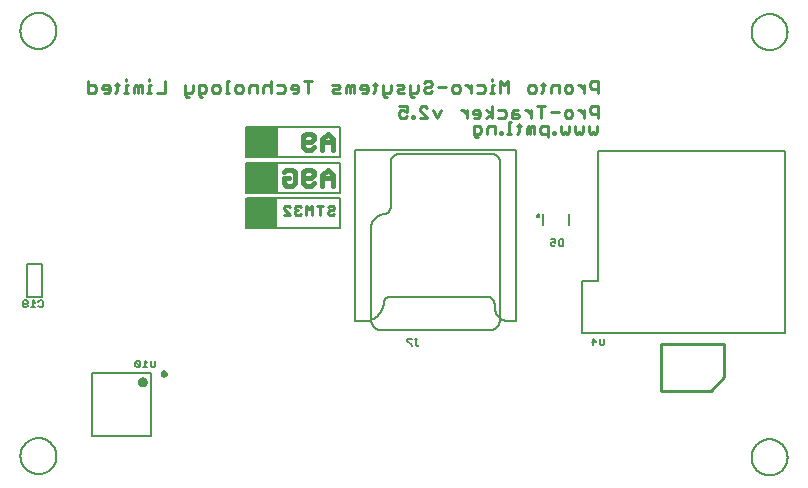
<source format=gbr>
G04 EAGLE Gerber X2 export*
%TF.Part,Single*%
%TF.FileFunction,Legend,Bot,1*%
%TF.FilePolarity,Positive*%
%TF.GenerationSoftware,Autodesk,EAGLE,8.6.3*%
%TF.CreationDate,2023-08-23T14:46:16Z*%
G75*
%MOMM*%
%FSLAX34Y34*%
%LPD*%
%AMOC8*
5,1,8,0,0,1.08239X$1,22.5*%
G01*
%ADD10C,0.203200*%
%ADD11C,0.279400*%
%ADD12C,0.254000*%
%ADD13C,0.381000*%
%ADD14R,2.667000X2.540000*%
%ADD15C,0.228600*%
%ADD16C,0.152400*%
%ADD17C,0.127000*%
%ADD18C,0.200000*%


D10*
X514760Y20000D02*
X514765Y20374D01*
X514778Y20748D01*
X514801Y21121D01*
X514833Y21494D01*
X514875Y21866D01*
X514925Y22236D01*
X514984Y22605D01*
X515053Y22973D01*
X515130Y23339D01*
X515217Y23703D01*
X515312Y24065D01*
X515416Y24424D01*
X515529Y24781D01*
X515651Y25134D01*
X515781Y25485D01*
X515920Y25832D01*
X516067Y26176D01*
X516223Y26516D01*
X516387Y26852D01*
X516560Y27184D01*
X516740Y27512D01*
X516928Y27835D01*
X517124Y28153D01*
X517328Y28467D01*
X517540Y28775D01*
X517759Y29078D01*
X517986Y29376D01*
X518219Y29668D01*
X518460Y29954D01*
X518708Y30235D01*
X518962Y30509D01*
X519224Y30776D01*
X519491Y31038D01*
X519765Y31292D01*
X520046Y31540D01*
X520332Y31781D01*
X520624Y32014D01*
X520922Y32241D01*
X521225Y32460D01*
X521533Y32672D01*
X521847Y32876D01*
X522165Y33072D01*
X522488Y33260D01*
X522816Y33440D01*
X523148Y33613D01*
X523484Y33777D01*
X523824Y33933D01*
X524168Y34080D01*
X524515Y34219D01*
X524866Y34349D01*
X525219Y34471D01*
X525576Y34584D01*
X525935Y34688D01*
X526297Y34783D01*
X526661Y34870D01*
X527027Y34947D01*
X527395Y35016D01*
X527764Y35075D01*
X528134Y35125D01*
X528506Y35167D01*
X528879Y35199D01*
X529252Y35222D01*
X529626Y35235D01*
X530000Y35240D01*
X530374Y35235D01*
X530748Y35222D01*
X531121Y35199D01*
X531494Y35167D01*
X531866Y35125D01*
X532236Y35075D01*
X532605Y35016D01*
X532973Y34947D01*
X533339Y34870D01*
X533703Y34783D01*
X534065Y34688D01*
X534424Y34584D01*
X534781Y34471D01*
X535134Y34349D01*
X535485Y34219D01*
X535832Y34080D01*
X536176Y33933D01*
X536516Y33777D01*
X536852Y33613D01*
X537184Y33440D01*
X537512Y33260D01*
X537835Y33072D01*
X538153Y32876D01*
X538467Y32672D01*
X538775Y32460D01*
X539078Y32241D01*
X539376Y32014D01*
X539668Y31781D01*
X539954Y31540D01*
X540235Y31292D01*
X540509Y31038D01*
X540776Y30776D01*
X541038Y30509D01*
X541292Y30235D01*
X541540Y29954D01*
X541781Y29668D01*
X542014Y29376D01*
X542241Y29078D01*
X542460Y28775D01*
X542672Y28467D01*
X542876Y28153D01*
X543072Y27835D01*
X543260Y27512D01*
X543440Y27184D01*
X543613Y26852D01*
X543777Y26516D01*
X543933Y26176D01*
X544080Y25832D01*
X544219Y25485D01*
X544349Y25134D01*
X544471Y24781D01*
X544584Y24424D01*
X544688Y24065D01*
X544783Y23703D01*
X544870Y23339D01*
X544947Y22973D01*
X545016Y22605D01*
X545075Y22236D01*
X545125Y21866D01*
X545167Y21494D01*
X545199Y21121D01*
X545222Y20748D01*
X545235Y20374D01*
X545240Y20000D01*
X545235Y19626D01*
X545222Y19252D01*
X545199Y18879D01*
X545167Y18506D01*
X545125Y18134D01*
X545075Y17764D01*
X545016Y17395D01*
X544947Y17027D01*
X544870Y16661D01*
X544783Y16297D01*
X544688Y15935D01*
X544584Y15576D01*
X544471Y15219D01*
X544349Y14866D01*
X544219Y14515D01*
X544080Y14168D01*
X543933Y13824D01*
X543777Y13484D01*
X543613Y13148D01*
X543440Y12816D01*
X543260Y12488D01*
X543072Y12165D01*
X542876Y11847D01*
X542672Y11533D01*
X542460Y11225D01*
X542241Y10922D01*
X542014Y10624D01*
X541781Y10332D01*
X541540Y10046D01*
X541292Y9765D01*
X541038Y9491D01*
X540776Y9224D01*
X540509Y8962D01*
X540235Y8708D01*
X539954Y8460D01*
X539668Y8219D01*
X539376Y7986D01*
X539078Y7759D01*
X538775Y7540D01*
X538467Y7328D01*
X538153Y7124D01*
X537835Y6928D01*
X537512Y6740D01*
X537184Y6560D01*
X536852Y6387D01*
X536516Y6223D01*
X536176Y6067D01*
X535832Y5920D01*
X535485Y5781D01*
X535134Y5651D01*
X534781Y5529D01*
X534424Y5416D01*
X534065Y5312D01*
X533703Y5217D01*
X533339Y5130D01*
X532973Y5053D01*
X532605Y4984D01*
X532236Y4925D01*
X531866Y4875D01*
X531494Y4833D01*
X531121Y4801D01*
X530748Y4778D01*
X530374Y4765D01*
X530000Y4760D01*
X529626Y4765D01*
X529252Y4778D01*
X528879Y4801D01*
X528506Y4833D01*
X528134Y4875D01*
X527764Y4925D01*
X527395Y4984D01*
X527027Y5053D01*
X526661Y5130D01*
X526297Y5217D01*
X525935Y5312D01*
X525576Y5416D01*
X525219Y5529D01*
X524866Y5651D01*
X524515Y5781D01*
X524168Y5920D01*
X523824Y6067D01*
X523484Y6223D01*
X523148Y6387D01*
X522816Y6560D01*
X522488Y6740D01*
X522165Y6928D01*
X521847Y7124D01*
X521533Y7328D01*
X521225Y7540D01*
X520922Y7759D01*
X520624Y7986D01*
X520332Y8219D01*
X520046Y8460D01*
X519765Y8708D01*
X519491Y8962D01*
X519224Y9224D01*
X518962Y9491D01*
X518708Y9765D01*
X518460Y10046D01*
X518219Y10332D01*
X517986Y10624D01*
X517759Y10922D01*
X517540Y11225D01*
X517328Y11533D01*
X517124Y11847D01*
X516928Y12165D01*
X516740Y12488D01*
X516560Y12816D01*
X516387Y13148D01*
X516223Y13484D01*
X516067Y13824D01*
X515920Y14168D01*
X515781Y14515D01*
X515651Y14866D01*
X515529Y15219D01*
X515416Y15576D01*
X515312Y15935D01*
X515217Y16297D01*
X515130Y16661D01*
X515053Y17027D01*
X514984Y17395D01*
X514925Y17764D01*
X514875Y18134D01*
X514833Y18506D01*
X514801Y18879D01*
X514778Y19252D01*
X514765Y19626D01*
X514760Y20000D01*
X514760Y380000D02*
X514765Y380374D01*
X514778Y380748D01*
X514801Y381121D01*
X514833Y381494D01*
X514875Y381866D01*
X514925Y382236D01*
X514984Y382605D01*
X515053Y382973D01*
X515130Y383339D01*
X515217Y383703D01*
X515312Y384065D01*
X515416Y384424D01*
X515529Y384781D01*
X515651Y385134D01*
X515781Y385485D01*
X515920Y385832D01*
X516067Y386176D01*
X516223Y386516D01*
X516387Y386852D01*
X516560Y387184D01*
X516740Y387512D01*
X516928Y387835D01*
X517124Y388153D01*
X517328Y388467D01*
X517540Y388775D01*
X517759Y389078D01*
X517986Y389376D01*
X518219Y389668D01*
X518460Y389954D01*
X518708Y390235D01*
X518962Y390509D01*
X519224Y390776D01*
X519491Y391038D01*
X519765Y391292D01*
X520046Y391540D01*
X520332Y391781D01*
X520624Y392014D01*
X520922Y392241D01*
X521225Y392460D01*
X521533Y392672D01*
X521847Y392876D01*
X522165Y393072D01*
X522488Y393260D01*
X522816Y393440D01*
X523148Y393613D01*
X523484Y393777D01*
X523824Y393933D01*
X524168Y394080D01*
X524515Y394219D01*
X524866Y394349D01*
X525219Y394471D01*
X525576Y394584D01*
X525935Y394688D01*
X526297Y394783D01*
X526661Y394870D01*
X527027Y394947D01*
X527395Y395016D01*
X527764Y395075D01*
X528134Y395125D01*
X528506Y395167D01*
X528879Y395199D01*
X529252Y395222D01*
X529626Y395235D01*
X530000Y395240D01*
X530374Y395235D01*
X530748Y395222D01*
X531121Y395199D01*
X531494Y395167D01*
X531866Y395125D01*
X532236Y395075D01*
X532605Y395016D01*
X532973Y394947D01*
X533339Y394870D01*
X533703Y394783D01*
X534065Y394688D01*
X534424Y394584D01*
X534781Y394471D01*
X535134Y394349D01*
X535485Y394219D01*
X535832Y394080D01*
X536176Y393933D01*
X536516Y393777D01*
X536852Y393613D01*
X537184Y393440D01*
X537512Y393260D01*
X537835Y393072D01*
X538153Y392876D01*
X538467Y392672D01*
X538775Y392460D01*
X539078Y392241D01*
X539376Y392014D01*
X539668Y391781D01*
X539954Y391540D01*
X540235Y391292D01*
X540509Y391038D01*
X540776Y390776D01*
X541038Y390509D01*
X541292Y390235D01*
X541540Y389954D01*
X541781Y389668D01*
X542014Y389376D01*
X542241Y389078D01*
X542460Y388775D01*
X542672Y388467D01*
X542876Y388153D01*
X543072Y387835D01*
X543260Y387512D01*
X543440Y387184D01*
X543613Y386852D01*
X543777Y386516D01*
X543933Y386176D01*
X544080Y385832D01*
X544219Y385485D01*
X544349Y385134D01*
X544471Y384781D01*
X544584Y384424D01*
X544688Y384065D01*
X544783Y383703D01*
X544870Y383339D01*
X544947Y382973D01*
X545016Y382605D01*
X545075Y382236D01*
X545125Y381866D01*
X545167Y381494D01*
X545199Y381121D01*
X545222Y380748D01*
X545235Y380374D01*
X545240Y380000D01*
X545235Y379626D01*
X545222Y379252D01*
X545199Y378879D01*
X545167Y378506D01*
X545125Y378134D01*
X545075Y377764D01*
X545016Y377395D01*
X544947Y377027D01*
X544870Y376661D01*
X544783Y376297D01*
X544688Y375935D01*
X544584Y375576D01*
X544471Y375219D01*
X544349Y374866D01*
X544219Y374515D01*
X544080Y374168D01*
X543933Y373824D01*
X543777Y373484D01*
X543613Y373148D01*
X543440Y372816D01*
X543260Y372488D01*
X543072Y372165D01*
X542876Y371847D01*
X542672Y371533D01*
X542460Y371225D01*
X542241Y370922D01*
X542014Y370624D01*
X541781Y370332D01*
X541540Y370046D01*
X541292Y369765D01*
X541038Y369491D01*
X540776Y369224D01*
X540509Y368962D01*
X540235Y368708D01*
X539954Y368460D01*
X539668Y368219D01*
X539376Y367986D01*
X539078Y367759D01*
X538775Y367540D01*
X538467Y367328D01*
X538153Y367124D01*
X537835Y366928D01*
X537512Y366740D01*
X537184Y366560D01*
X536852Y366387D01*
X536516Y366223D01*
X536176Y366067D01*
X535832Y365920D01*
X535485Y365781D01*
X535134Y365651D01*
X534781Y365529D01*
X534424Y365416D01*
X534065Y365312D01*
X533703Y365217D01*
X533339Y365130D01*
X532973Y365053D01*
X532605Y364984D01*
X532236Y364925D01*
X531866Y364875D01*
X531494Y364833D01*
X531121Y364801D01*
X530748Y364778D01*
X530374Y364765D01*
X530000Y364760D01*
X529626Y364765D01*
X529252Y364778D01*
X528879Y364801D01*
X528506Y364833D01*
X528134Y364875D01*
X527764Y364925D01*
X527395Y364984D01*
X527027Y365053D01*
X526661Y365130D01*
X526297Y365217D01*
X525935Y365312D01*
X525576Y365416D01*
X525219Y365529D01*
X524866Y365651D01*
X524515Y365781D01*
X524168Y365920D01*
X523824Y366067D01*
X523484Y366223D01*
X523148Y366387D01*
X522816Y366560D01*
X522488Y366740D01*
X522165Y366928D01*
X521847Y367124D01*
X521533Y367328D01*
X521225Y367540D01*
X520922Y367759D01*
X520624Y367986D01*
X520332Y368219D01*
X520046Y368460D01*
X519765Y368708D01*
X519491Y368962D01*
X519224Y369224D01*
X518962Y369491D01*
X518708Y369765D01*
X518460Y370046D01*
X518219Y370332D01*
X517986Y370624D01*
X517759Y370922D01*
X517540Y371225D01*
X517328Y371533D01*
X517124Y371847D01*
X516928Y372165D01*
X516740Y372488D01*
X516560Y372816D01*
X516387Y373148D01*
X516223Y373484D01*
X516067Y373824D01*
X515920Y374168D01*
X515781Y374515D01*
X515651Y374866D01*
X515529Y375219D01*
X515416Y375576D01*
X515312Y375935D01*
X515217Y376297D01*
X515130Y376661D01*
X515053Y377027D01*
X514984Y377395D01*
X514925Y377764D01*
X514875Y378134D01*
X514833Y378506D01*
X514801Y378879D01*
X514778Y379252D01*
X514765Y379626D01*
X514760Y380000D01*
X-104206Y21016D02*
X-104201Y21390D01*
X-104188Y21764D01*
X-104165Y22137D01*
X-104133Y22510D01*
X-104091Y22882D01*
X-104041Y23252D01*
X-103982Y23621D01*
X-103913Y23989D01*
X-103836Y24355D01*
X-103749Y24719D01*
X-103654Y25081D01*
X-103550Y25440D01*
X-103437Y25797D01*
X-103315Y26150D01*
X-103185Y26501D01*
X-103046Y26848D01*
X-102899Y27192D01*
X-102743Y27532D01*
X-102579Y27868D01*
X-102406Y28200D01*
X-102226Y28528D01*
X-102038Y28851D01*
X-101842Y29169D01*
X-101638Y29483D01*
X-101426Y29791D01*
X-101207Y30094D01*
X-100980Y30392D01*
X-100747Y30684D01*
X-100506Y30970D01*
X-100258Y31251D01*
X-100004Y31525D01*
X-99742Y31792D01*
X-99475Y32054D01*
X-99201Y32308D01*
X-98920Y32556D01*
X-98634Y32797D01*
X-98342Y33030D01*
X-98044Y33257D01*
X-97741Y33476D01*
X-97433Y33688D01*
X-97119Y33892D01*
X-96801Y34088D01*
X-96478Y34276D01*
X-96150Y34456D01*
X-95818Y34629D01*
X-95482Y34793D01*
X-95142Y34949D01*
X-94798Y35096D01*
X-94451Y35235D01*
X-94100Y35365D01*
X-93747Y35487D01*
X-93390Y35600D01*
X-93031Y35704D01*
X-92669Y35799D01*
X-92305Y35886D01*
X-91939Y35963D01*
X-91571Y36032D01*
X-91202Y36091D01*
X-90832Y36141D01*
X-90460Y36183D01*
X-90087Y36215D01*
X-89714Y36238D01*
X-89340Y36251D01*
X-88966Y36256D01*
X-88592Y36251D01*
X-88218Y36238D01*
X-87845Y36215D01*
X-87472Y36183D01*
X-87100Y36141D01*
X-86730Y36091D01*
X-86361Y36032D01*
X-85993Y35963D01*
X-85627Y35886D01*
X-85263Y35799D01*
X-84901Y35704D01*
X-84542Y35600D01*
X-84185Y35487D01*
X-83832Y35365D01*
X-83481Y35235D01*
X-83134Y35096D01*
X-82790Y34949D01*
X-82450Y34793D01*
X-82114Y34629D01*
X-81782Y34456D01*
X-81454Y34276D01*
X-81131Y34088D01*
X-80813Y33892D01*
X-80499Y33688D01*
X-80191Y33476D01*
X-79888Y33257D01*
X-79590Y33030D01*
X-79298Y32797D01*
X-79012Y32556D01*
X-78731Y32308D01*
X-78457Y32054D01*
X-78190Y31792D01*
X-77928Y31525D01*
X-77674Y31251D01*
X-77426Y30970D01*
X-77185Y30684D01*
X-76952Y30392D01*
X-76725Y30094D01*
X-76506Y29791D01*
X-76294Y29483D01*
X-76090Y29169D01*
X-75894Y28851D01*
X-75706Y28528D01*
X-75526Y28200D01*
X-75353Y27868D01*
X-75189Y27532D01*
X-75033Y27192D01*
X-74886Y26848D01*
X-74747Y26501D01*
X-74617Y26150D01*
X-74495Y25797D01*
X-74382Y25440D01*
X-74278Y25081D01*
X-74183Y24719D01*
X-74096Y24355D01*
X-74019Y23989D01*
X-73950Y23621D01*
X-73891Y23252D01*
X-73841Y22882D01*
X-73799Y22510D01*
X-73767Y22137D01*
X-73744Y21764D01*
X-73731Y21390D01*
X-73726Y21016D01*
X-73731Y20642D01*
X-73744Y20268D01*
X-73767Y19895D01*
X-73799Y19522D01*
X-73841Y19150D01*
X-73891Y18780D01*
X-73950Y18411D01*
X-74019Y18043D01*
X-74096Y17677D01*
X-74183Y17313D01*
X-74278Y16951D01*
X-74382Y16592D01*
X-74495Y16235D01*
X-74617Y15882D01*
X-74747Y15531D01*
X-74886Y15184D01*
X-75033Y14840D01*
X-75189Y14500D01*
X-75353Y14164D01*
X-75526Y13832D01*
X-75706Y13504D01*
X-75894Y13181D01*
X-76090Y12863D01*
X-76294Y12549D01*
X-76506Y12241D01*
X-76725Y11938D01*
X-76952Y11640D01*
X-77185Y11348D01*
X-77426Y11062D01*
X-77674Y10781D01*
X-77928Y10507D01*
X-78190Y10240D01*
X-78457Y9978D01*
X-78731Y9724D01*
X-79012Y9476D01*
X-79298Y9235D01*
X-79590Y9002D01*
X-79888Y8775D01*
X-80191Y8556D01*
X-80499Y8344D01*
X-80813Y8140D01*
X-81131Y7944D01*
X-81454Y7756D01*
X-81782Y7576D01*
X-82114Y7403D01*
X-82450Y7239D01*
X-82790Y7083D01*
X-83134Y6936D01*
X-83481Y6797D01*
X-83832Y6667D01*
X-84185Y6545D01*
X-84542Y6432D01*
X-84901Y6328D01*
X-85263Y6233D01*
X-85627Y6146D01*
X-85993Y6069D01*
X-86361Y6000D01*
X-86730Y5941D01*
X-87100Y5891D01*
X-87472Y5849D01*
X-87845Y5817D01*
X-88218Y5794D01*
X-88592Y5781D01*
X-88966Y5776D01*
X-89340Y5781D01*
X-89714Y5794D01*
X-90087Y5817D01*
X-90460Y5849D01*
X-90832Y5891D01*
X-91202Y5941D01*
X-91571Y6000D01*
X-91939Y6069D01*
X-92305Y6146D01*
X-92669Y6233D01*
X-93031Y6328D01*
X-93390Y6432D01*
X-93747Y6545D01*
X-94100Y6667D01*
X-94451Y6797D01*
X-94798Y6936D01*
X-95142Y7083D01*
X-95482Y7239D01*
X-95818Y7403D01*
X-96150Y7576D01*
X-96478Y7756D01*
X-96801Y7944D01*
X-97119Y8140D01*
X-97433Y8344D01*
X-97741Y8556D01*
X-98044Y8775D01*
X-98342Y9002D01*
X-98634Y9235D01*
X-98920Y9476D01*
X-99201Y9724D01*
X-99475Y9978D01*
X-99742Y10240D01*
X-100004Y10507D01*
X-100258Y10781D01*
X-100506Y11062D01*
X-100747Y11348D01*
X-100980Y11640D01*
X-101207Y11938D01*
X-101426Y12241D01*
X-101638Y12549D01*
X-101842Y12863D01*
X-102038Y13181D01*
X-102226Y13504D01*
X-102406Y13832D01*
X-102579Y14164D01*
X-102743Y14500D01*
X-102899Y14840D01*
X-103046Y15184D01*
X-103185Y15531D01*
X-103315Y15882D01*
X-103437Y16235D01*
X-103550Y16592D01*
X-103654Y16951D01*
X-103749Y17313D01*
X-103836Y17677D01*
X-103913Y18043D01*
X-103982Y18411D01*
X-104041Y18780D01*
X-104091Y19150D01*
X-104133Y19522D01*
X-104165Y19895D01*
X-104188Y20268D01*
X-104201Y20642D01*
X-104206Y21016D01*
D11*
X384557Y307467D02*
X384557Y317381D01*
X379600Y317381D01*
X377947Y315729D01*
X377947Y312424D01*
X379600Y310772D01*
X384557Y310772D01*
X372863Y307467D02*
X372863Y314077D01*
X372863Y310772D02*
X369558Y314077D01*
X367906Y314077D01*
X361466Y307467D02*
X358161Y307467D01*
X356508Y309119D01*
X356508Y312424D01*
X358161Y314077D01*
X361466Y314077D01*
X363118Y312424D01*
X363118Y309119D01*
X361466Y307467D01*
X351424Y312424D02*
X344814Y312424D01*
X336425Y307467D02*
X336425Y317381D01*
X333121Y317381D02*
X339730Y317381D01*
X328036Y314077D02*
X328036Y307467D01*
X328036Y310772D02*
X324731Y314077D01*
X323079Y314077D01*
X316639Y314077D02*
X313334Y314077D01*
X311682Y312424D01*
X311682Y307467D01*
X316639Y307467D01*
X318291Y309119D01*
X316639Y310772D01*
X311682Y310772D01*
X304945Y314077D02*
X299988Y314077D01*
X304945Y314077D02*
X306597Y312424D01*
X306597Y309119D01*
X304945Y307467D01*
X299988Y307467D01*
X294903Y307467D02*
X294903Y317381D01*
X294903Y310772D02*
X289946Y307467D01*
X294903Y310772D02*
X289946Y314077D01*
X283506Y307467D02*
X280201Y307467D01*
X283506Y307467D02*
X285158Y309119D01*
X285158Y312424D01*
X283506Y314077D01*
X280201Y314077D01*
X278549Y312424D01*
X278549Y310772D01*
X285158Y310772D01*
X273464Y307467D02*
X273464Y314077D01*
X270160Y314077D02*
X273464Y310772D01*
X270160Y314077D02*
X268507Y314077D01*
X252025Y314077D02*
X248721Y307467D01*
X245416Y314077D01*
X240331Y307467D02*
X233722Y307467D01*
X240331Y307467D02*
X233722Y314077D01*
X233722Y315729D01*
X235374Y317381D01*
X238679Y317381D01*
X240331Y315729D01*
X228637Y309119D02*
X228637Y307467D01*
X228637Y309119D02*
X226985Y309119D01*
X226985Y307467D01*
X228637Y307467D01*
X222790Y317381D02*
X216181Y317381D01*
X222790Y317381D02*
X222790Y312424D01*
X219486Y314077D01*
X217833Y314077D01*
X216181Y312424D01*
X216181Y309119D01*
X217833Y307467D01*
X221138Y307467D01*
X222790Y309119D01*
D10*
X-104206Y381016D02*
X-104201Y381390D01*
X-104188Y381764D01*
X-104165Y382137D01*
X-104133Y382510D01*
X-104091Y382882D01*
X-104041Y383252D01*
X-103982Y383621D01*
X-103913Y383989D01*
X-103836Y384355D01*
X-103749Y384719D01*
X-103654Y385081D01*
X-103550Y385440D01*
X-103437Y385797D01*
X-103315Y386150D01*
X-103185Y386501D01*
X-103046Y386848D01*
X-102899Y387192D01*
X-102743Y387532D01*
X-102579Y387868D01*
X-102406Y388200D01*
X-102226Y388528D01*
X-102038Y388851D01*
X-101842Y389169D01*
X-101638Y389483D01*
X-101426Y389791D01*
X-101207Y390094D01*
X-100980Y390392D01*
X-100747Y390684D01*
X-100506Y390970D01*
X-100258Y391251D01*
X-100004Y391525D01*
X-99742Y391792D01*
X-99475Y392054D01*
X-99201Y392308D01*
X-98920Y392556D01*
X-98634Y392797D01*
X-98342Y393030D01*
X-98044Y393257D01*
X-97741Y393476D01*
X-97433Y393688D01*
X-97119Y393892D01*
X-96801Y394088D01*
X-96478Y394276D01*
X-96150Y394456D01*
X-95818Y394629D01*
X-95482Y394793D01*
X-95142Y394949D01*
X-94798Y395096D01*
X-94451Y395235D01*
X-94100Y395365D01*
X-93747Y395487D01*
X-93390Y395600D01*
X-93031Y395704D01*
X-92669Y395799D01*
X-92305Y395886D01*
X-91939Y395963D01*
X-91571Y396032D01*
X-91202Y396091D01*
X-90832Y396141D01*
X-90460Y396183D01*
X-90087Y396215D01*
X-89714Y396238D01*
X-89340Y396251D01*
X-88966Y396256D01*
X-88592Y396251D01*
X-88218Y396238D01*
X-87845Y396215D01*
X-87472Y396183D01*
X-87100Y396141D01*
X-86730Y396091D01*
X-86361Y396032D01*
X-85993Y395963D01*
X-85627Y395886D01*
X-85263Y395799D01*
X-84901Y395704D01*
X-84542Y395600D01*
X-84185Y395487D01*
X-83832Y395365D01*
X-83481Y395235D01*
X-83134Y395096D01*
X-82790Y394949D01*
X-82450Y394793D01*
X-82114Y394629D01*
X-81782Y394456D01*
X-81454Y394276D01*
X-81131Y394088D01*
X-80813Y393892D01*
X-80499Y393688D01*
X-80191Y393476D01*
X-79888Y393257D01*
X-79590Y393030D01*
X-79298Y392797D01*
X-79012Y392556D01*
X-78731Y392308D01*
X-78457Y392054D01*
X-78190Y391792D01*
X-77928Y391525D01*
X-77674Y391251D01*
X-77426Y390970D01*
X-77185Y390684D01*
X-76952Y390392D01*
X-76725Y390094D01*
X-76506Y389791D01*
X-76294Y389483D01*
X-76090Y389169D01*
X-75894Y388851D01*
X-75706Y388528D01*
X-75526Y388200D01*
X-75353Y387868D01*
X-75189Y387532D01*
X-75033Y387192D01*
X-74886Y386848D01*
X-74747Y386501D01*
X-74617Y386150D01*
X-74495Y385797D01*
X-74382Y385440D01*
X-74278Y385081D01*
X-74183Y384719D01*
X-74096Y384355D01*
X-74019Y383989D01*
X-73950Y383621D01*
X-73891Y383252D01*
X-73841Y382882D01*
X-73799Y382510D01*
X-73767Y382137D01*
X-73744Y381764D01*
X-73731Y381390D01*
X-73726Y381016D01*
X-73731Y380642D01*
X-73744Y380268D01*
X-73767Y379895D01*
X-73799Y379522D01*
X-73841Y379150D01*
X-73891Y378780D01*
X-73950Y378411D01*
X-74019Y378043D01*
X-74096Y377677D01*
X-74183Y377313D01*
X-74278Y376951D01*
X-74382Y376592D01*
X-74495Y376235D01*
X-74617Y375882D01*
X-74747Y375531D01*
X-74886Y375184D01*
X-75033Y374840D01*
X-75189Y374500D01*
X-75353Y374164D01*
X-75526Y373832D01*
X-75706Y373504D01*
X-75894Y373181D01*
X-76090Y372863D01*
X-76294Y372549D01*
X-76506Y372241D01*
X-76725Y371938D01*
X-76952Y371640D01*
X-77185Y371348D01*
X-77426Y371062D01*
X-77674Y370781D01*
X-77928Y370507D01*
X-78190Y370240D01*
X-78457Y369978D01*
X-78731Y369724D01*
X-79012Y369476D01*
X-79298Y369235D01*
X-79590Y369002D01*
X-79888Y368775D01*
X-80191Y368556D01*
X-80499Y368344D01*
X-80813Y368140D01*
X-81131Y367944D01*
X-81454Y367756D01*
X-81782Y367576D01*
X-82114Y367403D01*
X-82450Y367239D01*
X-82790Y367083D01*
X-83134Y366936D01*
X-83481Y366797D01*
X-83832Y366667D01*
X-84185Y366545D01*
X-84542Y366432D01*
X-84901Y366328D01*
X-85263Y366233D01*
X-85627Y366146D01*
X-85993Y366069D01*
X-86361Y366000D01*
X-86730Y365941D01*
X-87100Y365891D01*
X-87472Y365849D01*
X-87845Y365817D01*
X-88218Y365794D01*
X-88592Y365781D01*
X-88966Y365776D01*
X-89340Y365781D01*
X-89714Y365794D01*
X-90087Y365817D01*
X-90460Y365849D01*
X-90832Y365891D01*
X-91202Y365941D01*
X-91571Y366000D01*
X-91939Y366069D01*
X-92305Y366146D01*
X-92669Y366233D01*
X-93031Y366328D01*
X-93390Y366432D01*
X-93747Y366545D01*
X-94100Y366667D01*
X-94451Y366797D01*
X-94798Y366936D01*
X-95142Y367083D01*
X-95482Y367239D01*
X-95818Y367403D01*
X-96150Y367576D01*
X-96478Y367756D01*
X-96801Y367944D01*
X-97119Y368140D01*
X-97433Y368344D01*
X-97741Y368556D01*
X-98044Y368775D01*
X-98342Y369002D01*
X-98634Y369235D01*
X-98920Y369476D01*
X-99201Y369724D01*
X-99475Y369978D01*
X-99742Y370240D01*
X-100004Y370507D01*
X-100258Y370781D01*
X-100506Y371062D01*
X-100747Y371348D01*
X-100980Y371640D01*
X-101207Y371938D01*
X-101426Y372241D01*
X-101638Y372549D01*
X-101842Y372863D01*
X-102038Y373181D01*
X-102226Y373504D01*
X-102406Y373832D01*
X-102579Y374164D01*
X-102743Y374500D01*
X-102899Y374840D01*
X-103046Y375184D01*
X-103185Y375531D01*
X-103315Y375882D01*
X-103437Y376235D01*
X-103550Y376592D01*
X-103654Y376951D01*
X-103749Y377313D01*
X-103836Y377677D01*
X-103913Y378043D01*
X-103982Y378411D01*
X-104041Y378780D01*
X-104091Y379150D01*
X-104133Y379522D01*
X-104165Y379895D01*
X-104188Y380268D01*
X-104201Y380642D01*
X-104206Y381016D01*
D11*
X383541Y300615D02*
X383541Y295657D01*
X381889Y294005D01*
X380236Y295657D01*
X378584Y294005D01*
X376931Y295657D01*
X376931Y300615D01*
X371847Y300615D02*
X371847Y295657D01*
X370195Y294005D01*
X368542Y295657D01*
X366890Y294005D01*
X365237Y295657D01*
X365237Y300615D01*
X360153Y300615D02*
X360153Y295657D01*
X358501Y294005D01*
X356848Y295657D01*
X355196Y294005D01*
X353543Y295657D01*
X353543Y300615D01*
X348459Y295657D02*
X348459Y294005D01*
X348459Y295657D02*
X346807Y295657D01*
X346807Y294005D01*
X348459Y294005D01*
X342612Y290700D02*
X342612Y300615D01*
X337655Y300615D01*
X336003Y298962D01*
X336003Y295657D01*
X337655Y294005D01*
X342612Y294005D01*
X330918Y294005D02*
X330918Y300615D01*
X329266Y300615D01*
X327613Y298962D01*
X327613Y294005D01*
X327613Y298962D02*
X325961Y300615D01*
X324309Y298962D01*
X324309Y294005D01*
X317572Y295657D02*
X317572Y302267D01*
X317572Y295657D02*
X315919Y294005D01*
X315919Y300615D02*
X319224Y300615D01*
X311428Y303919D02*
X309776Y303919D01*
X309776Y294005D01*
X311428Y294005D02*
X308123Y294005D01*
X303632Y294005D02*
X303632Y295657D01*
X301980Y295657D01*
X301980Y294005D01*
X303632Y294005D01*
X297785Y294005D02*
X297785Y300615D01*
X292828Y300615D01*
X291176Y298962D01*
X291176Y294005D01*
X282787Y290700D02*
X281134Y290700D01*
X279482Y292353D01*
X279482Y300615D01*
X284439Y300615D01*
X286091Y298962D01*
X286091Y295657D01*
X284439Y294005D01*
X279482Y294005D01*
D12*
X438240Y115570D02*
X491580Y115570D01*
X438240Y115570D02*
X438240Y76200D01*
X480150Y76200D01*
X491580Y87630D01*
X491580Y115570D01*
D13*
X160745Y280035D02*
X160745Y289356D01*
X156084Y294017D01*
X151424Y289356D01*
X151424Y280035D01*
X151424Y287026D02*
X160745Y287026D01*
X144373Y282365D02*
X142043Y280035D01*
X137382Y280035D01*
X135052Y282365D01*
X135052Y291687D01*
X137382Y294017D01*
X142043Y294017D01*
X144373Y291687D01*
X144373Y289356D01*
X142043Y287026D01*
X135052Y287026D01*
X160745Y258876D02*
X160745Y249555D01*
X160745Y258876D02*
X156084Y263537D01*
X151424Y258876D01*
X151424Y249555D01*
X151424Y256546D02*
X160745Y256546D01*
X144373Y251885D02*
X142043Y249555D01*
X137382Y249555D01*
X135052Y251885D01*
X135052Y261207D01*
X137382Y263537D01*
X142043Y263537D01*
X144373Y261207D01*
X144373Y258876D01*
X142043Y256546D01*
X135052Y256546D01*
X121011Y263537D02*
X118681Y261207D01*
X121011Y263537D02*
X125672Y263537D01*
X128002Y261207D01*
X128002Y251885D01*
X125672Y249555D01*
X121011Y249555D01*
X118681Y251885D01*
X118681Y256546D01*
X123341Y256546D01*
D10*
X113120Y243840D02*
X166460Y243840D01*
X113120Y243840D02*
X86450Y243840D01*
X86450Y269240D01*
X86450Y274320D02*
X86450Y299720D01*
X113120Y299720D01*
X166460Y299720D01*
X166460Y274320D01*
X166460Y269240D02*
X166460Y243840D01*
X166460Y274320D02*
X113120Y274320D01*
X86450Y274320D01*
X113120Y269240D02*
X166460Y269240D01*
X113120Y269240D02*
X86450Y269240D01*
X113120Y269240D02*
X113120Y243840D01*
X113120Y274320D02*
X113120Y299720D01*
D14*
X99785Y287020D03*
X99785Y256540D03*
D11*
X384557Y328549D02*
X384557Y338463D01*
X379600Y338463D01*
X377947Y336811D01*
X377947Y333506D01*
X379600Y331854D01*
X384557Y331854D01*
X372863Y328549D02*
X372863Y335159D01*
X372863Y331854D02*
X369558Y335159D01*
X367906Y335159D01*
X361466Y328549D02*
X358161Y328549D01*
X356508Y330201D01*
X356508Y333506D01*
X358161Y335159D01*
X361466Y335159D01*
X363118Y333506D01*
X363118Y330201D01*
X361466Y328549D01*
X351424Y328549D02*
X351424Y335159D01*
X346467Y335159D01*
X344814Y333506D01*
X344814Y328549D01*
X338078Y330201D02*
X338078Y336811D01*
X338078Y330201D02*
X336425Y328549D01*
X336425Y335159D02*
X339730Y335159D01*
X330282Y328549D02*
X326977Y328549D01*
X325325Y330201D01*
X325325Y333506D01*
X326977Y335159D01*
X330282Y335159D01*
X331934Y333506D01*
X331934Y330201D01*
X330282Y328549D01*
X308546Y328549D02*
X308546Y338463D01*
X305241Y335159D01*
X301937Y338463D01*
X301937Y328549D01*
X296852Y335159D02*
X295200Y335159D01*
X295200Y328549D01*
X296852Y328549D02*
X293547Y328549D01*
X295200Y338463D02*
X295200Y340116D01*
X287404Y335159D02*
X282447Y335159D01*
X287404Y335159D02*
X289056Y333506D01*
X289056Y330201D01*
X287404Y328549D01*
X282447Y328549D01*
X277362Y328549D02*
X277362Y335159D01*
X274058Y335159D02*
X277362Y331854D01*
X274058Y335159D02*
X272405Y335159D01*
X265965Y328549D02*
X262660Y328549D01*
X261008Y330201D01*
X261008Y333506D01*
X262660Y335159D01*
X265965Y335159D01*
X267617Y333506D01*
X267617Y330201D01*
X265965Y328549D01*
X255923Y333506D02*
X249314Y333506D01*
X239272Y338463D02*
X237620Y336811D01*
X239272Y338463D02*
X242577Y338463D01*
X244229Y336811D01*
X244229Y335159D01*
X242577Y333506D01*
X239272Y333506D01*
X237620Y331854D01*
X237620Y330201D01*
X239272Y328549D01*
X242577Y328549D01*
X244229Y330201D01*
X232535Y330201D02*
X232535Y335159D01*
X232535Y330201D02*
X230883Y328549D01*
X225926Y328549D01*
X225926Y326897D02*
X225926Y335159D01*
X225926Y326897D02*
X227578Y325244D01*
X229231Y325244D01*
X220841Y328549D02*
X215884Y328549D01*
X214232Y330201D01*
X215884Y331854D01*
X219189Y331854D01*
X220841Y333506D01*
X219189Y335159D01*
X214232Y335159D01*
X209148Y335159D02*
X209148Y330201D01*
X207495Y328549D01*
X202538Y328549D01*
X202538Y326897D02*
X202538Y335159D01*
X202538Y326897D02*
X204190Y325244D01*
X205843Y325244D01*
X195801Y330201D02*
X195801Y336811D01*
X195801Y330201D02*
X194149Y328549D01*
X194149Y335159D02*
X197454Y335159D01*
X188005Y328549D02*
X184700Y328549D01*
X188005Y328549D02*
X189658Y330201D01*
X189658Y333506D01*
X188005Y335159D01*
X184700Y335159D01*
X183048Y333506D01*
X183048Y331854D01*
X189658Y331854D01*
X177964Y328549D02*
X177964Y335159D01*
X176311Y335159D01*
X174659Y333506D01*
X174659Y328549D01*
X174659Y333506D02*
X173006Y335159D01*
X171354Y333506D01*
X171354Y328549D01*
X166270Y328549D02*
X161312Y328549D01*
X159660Y330201D01*
X161312Y331854D01*
X164617Y331854D01*
X166270Y333506D01*
X164617Y335159D01*
X159660Y335159D01*
X139577Y338463D02*
X139577Y328549D01*
X142882Y338463D02*
X136272Y338463D01*
X129535Y328549D02*
X126231Y328549D01*
X129535Y328549D02*
X131188Y330201D01*
X131188Y333506D01*
X129535Y335159D01*
X126231Y335159D01*
X124578Y333506D01*
X124578Y331854D01*
X131188Y331854D01*
X117841Y335159D02*
X112884Y335159D01*
X117841Y335159D02*
X119494Y333506D01*
X119494Y330201D01*
X117841Y328549D01*
X112884Y328549D01*
X107800Y328549D02*
X107800Y338463D01*
X106147Y335159D02*
X107800Y333506D01*
X106147Y335159D02*
X102843Y335159D01*
X101190Y333506D01*
X101190Y328549D01*
X96106Y328549D02*
X96106Y335159D01*
X91149Y335159D01*
X89496Y333506D01*
X89496Y328549D01*
X82759Y328549D02*
X79455Y328549D01*
X77802Y330201D01*
X77802Y333506D01*
X79455Y335159D01*
X82759Y335159D01*
X84412Y333506D01*
X84412Y330201D01*
X82759Y328549D01*
X72718Y338463D02*
X71065Y338463D01*
X71065Y328549D01*
X69413Y328549D02*
X72718Y328549D01*
X63270Y328549D02*
X59965Y328549D01*
X58312Y330201D01*
X58312Y333506D01*
X59965Y335159D01*
X63270Y335159D01*
X64922Y333506D01*
X64922Y330201D01*
X63270Y328549D01*
X49923Y325244D02*
X48271Y325244D01*
X46618Y326897D01*
X46618Y335159D01*
X51576Y335159D01*
X53228Y333506D01*
X53228Y330201D01*
X51576Y328549D01*
X46618Y328549D01*
X41534Y330201D02*
X41534Y335159D01*
X41534Y330201D02*
X39882Y328549D01*
X34924Y328549D01*
X34924Y326897D02*
X34924Y335159D01*
X34924Y326897D02*
X36577Y325244D01*
X38229Y325244D01*
X18146Y328549D02*
X18146Y338463D01*
X18146Y328549D02*
X11536Y328549D01*
X6452Y335159D02*
X4800Y335159D01*
X4800Y328549D01*
X6452Y328549D02*
X3147Y328549D01*
X4800Y338463D02*
X4800Y340116D01*
X-1344Y335159D02*
X-1344Y328549D01*
X-1344Y335159D02*
X-2996Y335159D01*
X-4649Y333506D01*
X-4649Y328549D01*
X-4649Y333506D02*
X-6301Y335159D01*
X-7954Y333506D01*
X-7954Y328549D01*
X-13038Y335159D02*
X-14690Y335159D01*
X-14690Y328549D01*
X-13038Y328549D02*
X-16343Y328549D01*
X-14690Y338463D02*
X-14690Y340116D01*
X-22486Y336811D02*
X-22486Y330201D01*
X-24139Y328549D01*
X-24139Y335159D02*
X-20834Y335159D01*
X-30282Y328549D02*
X-33587Y328549D01*
X-30282Y328549D02*
X-28630Y330201D01*
X-28630Y333506D01*
X-30282Y335159D01*
X-33587Y335159D01*
X-35239Y333506D01*
X-35239Y331854D01*
X-28630Y331854D01*
X-46933Y328549D02*
X-46933Y338463D01*
X-46933Y328549D02*
X-41976Y328549D01*
X-40324Y330201D01*
X-40324Y333506D01*
X-41976Y335159D01*
X-46933Y335159D01*
D10*
X166460Y239078D02*
X166460Y213678D01*
X166460Y239078D02*
X87720Y239078D01*
X87720Y213678D02*
X166460Y213678D01*
D14*
X99785Y226378D03*
D10*
X87085Y239078D02*
X87085Y213678D01*
D15*
X156253Y231548D02*
X157567Y232861D01*
X160194Y232861D01*
X161507Y231548D01*
X161507Y230234D01*
X160194Y228921D01*
X157567Y228921D01*
X156253Y227607D01*
X156253Y226294D01*
X157567Y224981D01*
X160194Y224981D01*
X161507Y226294D01*
X149525Y224981D02*
X149525Y232861D01*
X152152Y232861D02*
X146898Y232861D01*
X142797Y232861D02*
X142797Y224981D01*
X140170Y230234D02*
X142797Y232861D01*
X140170Y230234D02*
X137543Y232861D01*
X137543Y224981D01*
X133441Y231548D02*
X132128Y232861D01*
X129501Y232861D01*
X128188Y231548D01*
X128188Y230234D01*
X129501Y228921D01*
X130815Y228921D01*
X129501Y228921D02*
X128188Y227607D01*
X128188Y226294D01*
X129501Y224981D01*
X132128Y224981D01*
X133441Y226294D01*
X124086Y224981D02*
X118832Y224981D01*
X118832Y230234D02*
X124086Y224981D01*
X118832Y230234D02*
X118832Y231548D01*
X120146Y232861D01*
X122773Y232861D01*
X124086Y231548D01*
D10*
X338250Y225480D02*
X338250Y216480D01*
X360250Y216480D02*
X360250Y225480D01*
X333250Y224480D02*
X333252Y224543D01*
X333258Y224605D01*
X333268Y224667D01*
X333281Y224729D01*
X333299Y224789D01*
X333320Y224848D01*
X333345Y224906D01*
X333374Y224962D01*
X333406Y225016D01*
X333441Y225068D01*
X333479Y225117D01*
X333521Y225165D01*
X333565Y225209D01*
X333613Y225251D01*
X333662Y225289D01*
X333714Y225324D01*
X333768Y225356D01*
X333824Y225385D01*
X333882Y225410D01*
X333941Y225431D01*
X334001Y225449D01*
X334063Y225462D01*
X334125Y225472D01*
X334187Y225478D01*
X334250Y225480D01*
X334313Y225478D01*
X334375Y225472D01*
X334437Y225462D01*
X334499Y225449D01*
X334559Y225431D01*
X334618Y225410D01*
X334676Y225385D01*
X334732Y225356D01*
X334786Y225324D01*
X334838Y225289D01*
X334887Y225251D01*
X334935Y225209D01*
X334979Y225165D01*
X335021Y225117D01*
X335059Y225068D01*
X335094Y225016D01*
X335126Y224962D01*
X335155Y224906D01*
X335180Y224848D01*
X335201Y224789D01*
X335219Y224729D01*
X335232Y224667D01*
X335242Y224605D01*
X335248Y224543D01*
X335250Y224480D01*
X335248Y224417D01*
X335242Y224355D01*
X335232Y224293D01*
X335219Y224231D01*
X335201Y224171D01*
X335180Y224112D01*
X335155Y224054D01*
X335126Y223998D01*
X335094Y223944D01*
X335059Y223892D01*
X335021Y223843D01*
X334979Y223795D01*
X334935Y223751D01*
X334887Y223709D01*
X334838Y223671D01*
X334786Y223636D01*
X334732Y223604D01*
X334676Y223575D01*
X334618Y223550D01*
X334559Y223529D01*
X334499Y223511D01*
X334437Y223498D01*
X334375Y223488D01*
X334313Y223482D01*
X334250Y223480D01*
X334187Y223482D01*
X334125Y223488D01*
X334063Y223498D01*
X334001Y223511D01*
X333941Y223529D01*
X333882Y223550D01*
X333824Y223575D01*
X333768Y223604D01*
X333714Y223636D01*
X333662Y223671D01*
X333613Y223709D01*
X333565Y223751D01*
X333521Y223795D01*
X333479Y223843D01*
X333441Y223892D01*
X333406Y223944D01*
X333374Y223998D01*
X333345Y224054D01*
X333320Y224112D01*
X333299Y224171D01*
X333281Y224231D01*
X333268Y224293D01*
X333258Y224355D01*
X333252Y224417D01*
X333250Y224480D01*
D16*
X355018Y204363D02*
X355018Y198882D01*
X352278Y198882D01*
X351364Y199795D01*
X351364Y203449D01*
X352278Y204363D01*
X355018Y204363D01*
X348573Y204363D02*
X344919Y204363D01*
X348573Y204363D02*
X348573Y201622D01*
X346746Y202536D01*
X345832Y202536D01*
X344919Y201622D01*
X344919Y199795D01*
X345832Y198882D01*
X347659Y198882D01*
X348573Y199795D01*
D17*
X384900Y279400D02*
X542900Y279400D01*
X542900Y125400D01*
X370900Y125400D01*
X370900Y169400D01*
X384900Y169400D01*
X384900Y279400D01*
D16*
X389838Y120053D02*
X389838Y115485D01*
X388925Y114572D01*
X387098Y114572D01*
X386184Y115485D01*
X386184Y120053D01*
X380652Y120053D02*
X380652Y114572D01*
X383393Y117312D02*
X380652Y120053D01*
X379739Y117312D02*
X383393Y117312D01*
D17*
X184570Y135024D02*
X179270Y135024D01*
X184570Y135024D02*
X184997Y134996D01*
X185425Y134977D01*
X185852Y134969D01*
X186280Y134972D01*
X186708Y134985D01*
X187135Y135008D01*
X187562Y135041D01*
X187988Y135085D01*
X188412Y135139D01*
X188835Y135203D01*
X189257Y135277D01*
X189676Y135362D01*
X190093Y135456D01*
X190508Y135561D01*
X190921Y135676D01*
X191330Y135801D01*
X191736Y135935D01*
X192139Y136079D01*
X192538Y136233D01*
X192934Y136397D01*
X193325Y136570D01*
X193712Y136753D01*
X194095Y136944D01*
X194472Y137145D01*
X194845Y137355D01*
X195213Y137574D01*
X195575Y137802D01*
X195932Y138039D01*
X196283Y138284D01*
X196627Y138537D01*
X196966Y138799D01*
X197298Y139069D01*
X197624Y139347D01*
X197942Y139632D01*
X198254Y139925D01*
X198558Y140226D01*
X198856Y140534D01*
X199145Y140849D01*
X199427Y141171D01*
X199701Y141499D01*
X199967Y141835D01*
X200225Y142176D01*
X200475Y142524D01*
X200716Y142877D01*
X200949Y143236D01*
X201172Y143601D01*
X201387Y143971D01*
X201593Y144346D01*
X201790Y144726D01*
X201977Y145111D01*
X202155Y145500D01*
X202324Y145893D01*
X202483Y146291D01*
X202633Y146692D01*
X202773Y147096D01*
X202902Y147504D01*
X203023Y147914D01*
X203133Y148328D01*
X203233Y148744D01*
X203323Y149162D01*
X203403Y149583D01*
X203472Y150005D01*
X203532Y150429D01*
X203581Y150854D01*
X203620Y151280D01*
X203622Y151412D01*
X203628Y151545D01*
X203637Y151677D01*
X203651Y151808D01*
X203668Y151939D01*
X203689Y152070D01*
X203714Y152200D01*
X203743Y152329D01*
X203775Y152458D01*
X203811Y152585D01*
X203851Y152711D01*
X203894Y152836D01*
X203941Y152960D01*
X203992Y153082D01*
X204046Y153203D01*
X204104Y153322D01*
X204165Y153439D01*
X204230Y153555D01*
X204297Y153669D01*
X204369Y153780D01*
X204443Y153890D01*
X204520Y153997D01*
X204601Y154102D01*
X204684Y154205D01*
X204771Y154305D01*
X204860Y154402D01*
X204953Y154497D01*
X205048Y154590D01*
X205145Y154679D01*
X205245Y154766D01*
X205348Y154849D01*
X205453Y154930D01*
X205560Y155007D01*
X205670Y155081D01*
X205781Y155153D01*
X205895Y155220D01*
X206011Y155285D01*
X206128Y155346D01*
X206247Y155404D01*
X206368Y155458D01*
X206490Y155509D01*
X206614Y155556D01*
X206739Y155599D01*
X206865Y155639D01*
X206992Y155675D01*
X207121Y155707D01*
X207250Y155736D01*
X207380Y155761D01*
X207511Y155782D01*
X207642Y155799D01*
X207773Y155813D01*
X207905Y155822D01*
X208038Y155828D01*
X208170Y155830D01*
X290920Y155830D01*
X291078Y155828D01*
X291237Y155822D01*
X291395Y155812D01*
X291552Y155798D01*
X291710Y155781D01*
X291866Y155759D01*
X292023Y155734D01*
X292178Y155704D01*
X292333Y155671D01*
X292487Y155634D01*
X292640Y155593D01*
X292792Y155548D01*
X292942Y155499D01*
X293092Y155447D01*
X293240Y155391D01*
X293387Y155331D01*
X293532Y155268D01*
X293675Y155201D01*
X293817Y155131D01*
X293957Y155057D01*
X294095Y154979D01*
X294231Y154898D01*
X294365Y154814D01*
X294497Y154727D01*
X294627Y154636D01*
X294754Y154542D01*
X294879Y154445D01*
X295002Y154344D01*
X295122Y154241D01*
X295239Y154135D01*
X295354Y154026D01*
X295466Y153914D01*
X295575Y153799D01*
X295681Y153682D01*
X295784Y153562D01*
X295885Y153439D01*
X295982Y153314D01*
X296076Y153187D01*
X296167Y153057D01*
X296254Y152925D01*
X296338Y152791D01*
X296419Y152655D01*
X296497Y152517D01*
X296571Y152377D01*
X296641Y152235D01*
X296708Y152092D01*
X296771Y151947D01*
X296831Y151800D01*
X296887Y151652D01*
X296939Y151502D01*
X296988Y151352D01*
X297033Y151200D01*
X297074Y151047D01*
X297111Y150893D01*
X297144Y150738D01*
X297174Y150583D01*
X297199Y150426D01*
X297221Y150270D01*
X297238Y150112D01*
X297252Y149955D01*
X297262Y149797D01*
X297268Y149638D01*
X297270Y149480D01*
X297236Y149167D01*
X297211Y148854D01*
X297193Y148540D01*
X297183Y148226D01*
X297180Y147911D01*
X297185Y147597D01*
X297197Y147282D01*
X297218Y146969D01*
X297245Y146655D01*
X297280Y146343D01*
X297323Y146031D01*
X297373Y145721D01*
X297431Y145412D01*
X297496Y145104D01*
X297569Y144798D01*
X297649Y144494D01*
X297736Y144192D01*
X297831Y143892D01*
X297933Y143594D01*
X298042Y143299D01*
X298158Y143007D01*
X298281Y142718D01*
X298411Y142431D01*
X298548Y142148D01*
X298692Y141868D01*
X298842Y141592D01*
X298999Y141320D01*
X299163Y141051D01*
X299333Y140787D01*
X299509Y140526D01*
X299692Y140270D01*
X299881Y140019D01*
X300076Y139772D01*
X300276Y139530D01*
X300483Y139293D01*
X300695Y139060D01*
X300913Y138833D01*
X301136Y138612D01*
X301364Y138396D01*
X301598Y138185D01*
X301836Y137980D01*
X302080Y137781D01*
X302328Y137588D01*
X302581Y137401D01*
X302838Y137220D01*
X303100Y137046D01*
X303365Y136877D01*
X303635Y136716D01*
X303909Y136560D01*
X304186Y136412D01*
X304467Y136270D01*
X304751Y136135D01*
X305038Y136007D01*
X305328Y135886D01*
X305621Y135772D01*
X305917Y135665D01*
X306215Y135565D01*
X306516Y135473D01*
X306818Y135387D01*
X307123Y135309D01*
X307430Y135239D01*
X307738Y135176D01*
X308047Y135120D01*
X308358Y135072D01*
X308670Y135032D01*
X315270Y135032D01*
X315270Y280021D01*
X179270Y280021D01*
X179270Y135024D01*
X192660Y136780D02*
X192660Y212980D01*
X192660Y136780D02*
X192671Y136539D01*
X192688Y136298D01*
X192710Y136057D01*
X192739Y135817D01*
X192773Y135578D01*
X192813Y135340D01*
X192859Y135102D01*
X192911Y134866D01*
X192969Y134632D01*
X193032Y134398D01*
X193101Y134167D01*
X193176Y133937D01*
X193257Y133709D01*
X193342Y133483D01*
X193434Y133259D01*
X193531Y133038D01*
X193633Y132819D01*
X193741Y132603D01*
X193854Y132389D01*
X193972Y132178D01*
X194095Y131970D01*
X194224Y131765D01*
X194357Y131564D01*
X194495Y131366D01*
X194638Y131171D01*
X194786Y130980D01*
X194939Y130792D01*
X195096Y130608D01*
X195257Y130428D01*
X195423Y130253D01*
X195593Y130081D01*
X195768Y129914D01*
X195946Y129750D01*
X196128Y129592D01*
X196314Y129437D01*
X196504Y129288D01*
X196698Y129143D01*
X196895Y129003D01*
X197095Y128868D01*
X197299Y128738D01*
X197505Y128612D01*
X197715Y128492D01*
X197928Y128377D01*
X198143Y128268D01*
X198361Y128163D01*
X198582Y128064D01*
X198805Y127971D01*
X199030Y127883D01*
X199257Y127800D01*
X199486Y127724D01*
X199717Y127652D01*
X199950Y127587D01*
X200184Y127527D01*
X200419Y127473D01*
X200656Y127425D01*
X200894Y127382D01*
X201133Y127346D01*
X201373Y127315D01*
X201613Y127290D01*
X201854Y127271D01*
X202096Y127258D01*
X202337Y127251D01*
X202579Y127250D01*
X202821Y127255D01*
X202820Y127255D02*
X291720Y127255D01*
X291958Y127250D01*
X292196Y127251D01*
X292434Y127258D01*
X292672Y127270D01*
X292909Y127289D01*
X293146Y127313D01*
X293382Y127342D01*
X293617Y127377D01*
X293852Y127418D01*
X294085Y127465D01*
X294317Y127517D01*
X294548Y127575D01*
X294778Y127639D01*
X295005Y127708D01*
X295231Y127782D01*
X295456Y127862D01*
X295678Y127947D01*
X295898Y128038D01*
X296116Y128134D01*
X296331Y128235D01*
X296544Y128341D01*
X296754Y128453D01*
X296962Y128569D01*
X297166Y128691D01*
X297368Y128817D01*
X297567Y128948D01*
X297762Y129084D01*
X297954Y129225D01*
X298142Y129370D01*
X298327Y129520D01*
X298509Y129674D01*
X298686Y129833D01*
X298860Y129995D01*
X299029Y130162D01*
X299195Y130333D01*
X299356Y130508D01*
X299513Y130687D01*
X299666Y130869D01*
X299814Y131056D01*
X299958Y131245D01*
X300097Y131438D01*
X300232Y131635D01*
X300361Y131834D01*
X300486Y132037D01*
X300606Y132243D01*
X300721Y132451D01*
X300830Y132662D01*
X300935Y132876D01*
X301034Y133092D01*
X301129Y133311D01*
X301218Y133532D01*
X301301Y133754D01*
X301379Y133979D01*
X301452Y134206D01*
X301519Y134434D01*
X301580Y134664D01*
X301637Y134895D01*
X301687Y135128D01*
X301732Y135362D01*
X301771Y135596D01*
X301804Y135832D01*
X301832Y136068D01*
X301854Y136305D01*
X301870Y136543D01*
X301881Y136780D01*
X301880Y136780D02*
X301880Y270130D01*
X301878Y270288D01*
X301872Y270447D01*
X301862Y270605D01*
X301848Y270762D01*
X301831Y270920D01*
X301809Y271076D01*
X301784Y271233D01*
X301754Y271388D01*
X301721Y271543D01*
X301684Y271697D01*
X301643Y271850D01*
X301598Y272002D01*
X301549Y272152D01*
X301497Y272302D01*
X301441Y272450D01*
X301381Y272597D01*
X301318Y272742D01*
X301251Y272885D01*
X301181Y273027D01*
X301107Y273167D01*
X301029Y273305D01*
X300948Y273441D01*
X300864Y273575D01*
X300777Y273707D01*
X300686Y273837D01*
X300592Y273964D01*
X300495Y274089D01*
X300394Y274212D01*
X300291Y274332D01*
X300185Y274449D01*
X300076Y274564D01*
X299964Y274676D01*
X299849Y274785D01*
X299732Y274891D01*
X299612Y274994D01*
X299489Y275095D01*
X299364Y275192D01*
X299237Y275286D01*
X299107Y275377D01*
X298975Y275464D01*
X298841Y275548D01*
X298705Y275629D01*
X298567Y275707D01*
X298427Y275781D01*
X298285Y275851D01*
X298142Y275918D01*
X297997Y275981D01*
X297850Y276041D01*
X297702Y276097D01*
X297552Y276149D01*
X297402Y276198D01*
X297250Y276243D01*
X297097Y276284D01*
X296943Y276321D01*
X296788Y276354D01*
X296633Y276384D01*
X296476Y276409D01*
X296320Y276431D01*
X296162Y276448D01*
X296005Y276462D01*
X295847Y276472D01*
X295688Y276478D01*
X295530Y276480D01*
X215520Y276480D01*
X215362Y276478D01*
X215203Y276472D01*
X215045Y276462D01*
X214888Y276448D01*
X214730Y276431D01*
X214574Y276409D01*
X214417Y276384D01*
X214262Y276354D01*
X214107Y276321D01*
X213953Y276284D01*
X213800Y276243D01*
X213648Y276198D01*
X213498Y276149D01*
X213348Y276097D01*
X213200Y276041D01*
X213053Y275981D01*
X212908Y275918D01*
X212765Y275851D01*
X212623Y275781D01*
X212483Y275707D01*
X212345Y275629D01*
X212209Y275548D01*
X212075Y275464D01*
X211943Y275377D01*
X211813Y275286D01*
X211686Y275192D01*
X211561Y275095D01*
X211438Y274994D01*
X211318Y274891D01*
X211201Y274785D01*
X211086Y274676D01*
X210974Y274564D01*
X210865Y274449D01*
X210759Y274332D01*
X210656Y274212D01*
X210555Y274089D01*
X210458Y273964D01*
X210364Y273837D01*
X210273Y273707D01*
X210186Y273575D01*
X210102Y273441D01*
X210021Y273305D01*
X209943Y273167D01*
X209869Y273027D01*
X209799Y272885D01*
X209732Y272742D01*
X209669Y272597D01*
X209609Y272450D01*
X209553Y272302D01*
X209501Y272152D01*
X209452Y272002D01*
X209407Y271850D01*
X209366Y271697D01*
X209329Y271543D01*
X209296Y271388D01*
X209266Y271233D01*
X209241Y271076D01*
X209219Y270920D01*
X209202Y270762D01*
X209188Y270605D01*
X209178Y270447D01*
X209172Y270288D01*
X209170Y270130D01*
X209170Y232030D01*
X209168Y231872D01*
X209162Y231713D01*
X209152Y231555D01*
X209138Y231398D01*
X209121Y231240D01*
X209099Y231084D01*
X209074Y230927D01*
X209044Y230772D01*
X209011Y230617D01*
X208974Y230463D01*
X208933Y230310D01*
X208888Y230158D01*
X208839Y230008D01*
X208787Y229858D01*
X208731Y229710D01*
X208671Y229563D01*
X208608Y229418D01*
X208541Y229275D01*
X208471Y229133D01*
X208397Y228993D01*
X208319Y228855D01*
X208238Y228719D01*
X208154Y228585D01*
X208067Y228453D01*
X207976Y228323D01*
X207882Y228196D01*
X207785Y228071D01*
X207684Y227948D01*
X207581Y227828D01*
X207475Y227711D01*
X207366Y227596D01*
X207254Y227484D01*
X207139Y227375D01*
X207022Y227269D01*
X206902Y227166D01*
X206779Y227065D01*
X206654Y226968D01*
X206527Y226874D01*
X206397Y226783D01*
X206265Y226696D01*
X206131Y226612D01*
X205995Y226531D01*
X205857Y226453D01*
X205717Y226379D01*
X205575Y226309D01*
X205432Y226242D01*
X205287Y226179D01*
X205140Y226119D01*
X204992Y226063D01*
X204842Y226011D01*
X204692Y225962D01*
X204540Y225917D01*
X204387Y225876D01*
X204233Y225839D01*
X204078Y225806D01*
X203923Y225776D01*
X203766Y225751D01*
X203610Y225729D01*
X203452Y225712D01*
X203295Y225698D01*
X203137Y225688D01*
X202978Y225682D01*
X202820Y225680D01*
X202540Y225645D01*
X202261Y225604D01*
X201983Y225555D01*
X201706Y225500D01*
X201430Y225438D01*
X201157Y225370D01*
X200885Y225294D01*
X200615Y225212D01*
X200347Y225124D01*
X200081Y225029D01*
X199818Y224927D01*
X199557Y224819D01*
X199299Y224704D01*
X199044Y224584D01*
X198792Y224457D01*
X198543Y224324D01*
X198297Y224184D01*
X198055Y224039D01*
X197817Y223888D01*
X197582Y223731D01*
X197351Y223569D01*
X197125Y223401D01*
X196902Y223227D01*
X196684Y223048D01*
X196470Y222863D01*
X196261Y222674D01*
X196057Y222479D01*
X195857Y222280D01*
X195663Y222075D01*
X195473Y221866D01*
X195289Y221652D01*
X195110Y221434D01*
X194936Y221211D01*
X194768Y220985D01*
X194606Y220754D01*
X194449Y220519D01*
X194298Y220281D01*
X194153Y220039D01*
X194014Y219793D01*
X193881Y219544D01*
X193754Y219292D01*
X193634Y219037D01*
X193519Y218779D01*
X193411Y218518D01*
X193310Y218255D01*
X193215Y217989D01*
X193126Y217721D01*
X193044Y217451D01*
X192969Y217179D01*
X192901Y216905D01*
X192839Y216629D01*
X192784Y216353D01*
X192736Y216074D01*
X192694Y215795D01*
X192660Y215515D01*
X192632Y215234D01*
X192611Y214953D01*
X192598Y214671D01*
X192591Y214389D01*
X192591Y214106D01*
X192598Y213824D01*
X192612Y213542D01*
X192633Y213261D01*
X192660Y212980D01*
D16*
X233478Y115085D02*
X232565Y114172D01*
X231651Y114172D01*
X230738Y115085D01*
X230738Y119653D01*
X231651Y119653D02*
X229824Y119653D01*
X227033Y119653D02*
X223379Y119653D01*
X223379Y118739D01*
X227033Y115085D01*
X227033Y114172D01*
D17*
X-98806Y155956D02*
X-98806Y183896D01*
X-98806Y155956D02*
X-86106Y155956D01*
X-86106Y183896D01*
X-98806Y183896D01*
D16*
X-88052Y152659D02*
X-88965Y151745D01*
X-88052Y152659D02*
X-86225Y152659D01*
X-85312Y151745D01*
X-85312Y148091D01*
X-86225Y147178D01*
X-88052Y147178D01*
X-88965Y148091D01*
X-91757Y150832D02*
X-93584Y152659D01*
X-93584Y147178D01*
X-91757Y147178D02*
X-95411Y147178D01*
X-98203Y151745D02*
X-99116Y152659D01*
X-100943Y152659D01*
X-101856Y151745D01*
X-101856Y150832D01*
X-100943Y149918D01*
X-101856Y149005D01*
X-101856Y148091D01*
X-100943Y147178D01*
X-99116Y147178D01*
X-98203Y148091D01*
X-98203Y149005D01*
X-99116Y149918D01*
X-98203Y150832D01*
X-98203Y151745D01*
X-99116Y149918D02*
X-100943Y149918D01*
D18*
X-43292Y91016D02*
X6208Y91016D01*
X-43292Y91016D02*
X-43292Y38016D01*
X6208Y38016D01*
X6208Y91016D01*
D17*
X-3704Y83516D02*
X-3702Y83628D01*
X-3696Y83740D01*
X-3686Y83852D01*
X-3672Y83963D01*
X-3654Y84074D01*
X-3633Y84184D01*
X-3607Y84294D01*
X-3577Y84402D01*
X-3544Y84509D01*
X-3507Y84615D01*
X-3466Y84720D01*
X-3421Y84823D01*
X-3373Y84924D01*
X-3321Y85024D01*
X-3266Y85121D01*
X-3208Y85217D01*
X-3146Y85310D01*
X-3080Y85402D01*
X-3012Y85491D01*
X-2940Y85577D01*
X-2865Y85661D01*
X-2788Y85742D01*
X-2707Y85820D01*
X-2624Y85896D01*
X-2538Y85968D01*
X-2450Y86037D01*
X-2359Y86103D01*
X-2267Y86166D01*
X-2171Y86226D01*
X-2074Y86282D01*
X-1975Y86335D01*
X-1874Y86384D01*
X-1771Y86429D01*
X-1667Y86471D01*
X-1562Y86509D01*
X-1455Y86543D01*
X-1347Y86574D01*
X-1238Y86600D01*
X-1128Y86623D01*
X-1017Y86642D01*
X-906Y86657D01*
X-794Y86668D01*
X-682Y86675D01*
X-570Y86678D01*
X-458Y86677D01*
X-346Y86672D01*
X-234Y86663D01*
X-122Y86650D01*
X-11Y86633D01*
X99Y86612D01*
X208Y86588D01*
X317Y86559D01*
X424Y86527D01*
X531Y86490D01*
X636Y86451D01*
X739Y86407D01*
X841Y86360D01*
X941Y86309D01*
X1039Y86254D01*
X1135Y86197D01*
X1229Y86135D01*
X1321Y86071D01*
X1411Y86003D01*
X1498Y85932D01*
X1582Y85858D01*
X1664Y85781D01*
X1743Y85702D01*
X1819Y85619D01*
X1892Y85534D01*
X1962Y85446D01*
X2029Y85356D01*
X2093Y85264D01*
X2153Y85169D01*
X2210Y85073D01*
X2264Y84974D01*
X2314Y84873D01*
X2360Y84771D01*
X2403Y84667D01*
X2442Y84562D01*
X2477Y84456D01*
X2509Y84348D01*
X2536Y84239D01*
X2560Y84129D01*
X2580Y84019D01*
X2596Y83908D01*
X2608Y83796D01*
X2616Y83684D01*
X2620Y83572D01*
X2620Y83460D01*
X2616Y83348D01*
X2608Y83236D01*
X2596Y83124D01*
X2580Y83013D01*
X2560Y82903D01*
X2536Y82793D01*
X2509Y82684D01*
X2477Y82576D01*
X2442Y82470D01*
X2403Y82365D01*
X2360Y82261D01*
X2314Y82159D01*
X2264Y82058D01*
X2210Y81959D01*
X2153Y81863D01*
X2093Y81768D01*
X2029Y81676D01*
X1962Y81586D01*
X1892Y81498D01*
X1819Y81413D01*
X1743Y81330D01*
X1664Y81251D01*
X1582Y81174D01*
X1498Y81100D01*
X1411Y81029D01*
X1321Y80961D01*
X1229Y80897D01*
X1135Y80835D01*
X1039Y80778D01*
X941Y80723D01*
X841Y80672D01*
X739Y80625D01*
X636Y80581D01*
X531Y80542D01*
X424Y80505D01*
X317Y80473D01*
X208Y80444D01*
X99Y80420D01*
X-11Y80399D01*
X-122Y80382D01*
X-234Y80369D01*
X-346Y80360D01*
X-458Y80355D01*
X-570Y80354D01*
X-682Y80357D01*
X-794Y80364D01*
X-906Y80375D01*
X-1017Y80390D01*
X-1128Y80409D01*
X-1238Y80432D01*
X-1347Y80458D01*
X-1455Y80489D01*
X-1562Y80523D01*
X-1667Y80561D01*
X-1771Y80603D01*
X-1874Y80648D01*
X-1975Y80697D01*
X-2074Y80750D01*
X-2171Y80806D01*
X-2267Y80866D01*
X-2359Y80929D01*
X-2450Y80995D01*
X-2538Y81064D01*
X-2624Y81136D01*
X-2707Y81212D01*
X-2788Y81290D01*
X-2865Y81371D01*
X-2940Y81455D01*
X-3012Y81541D01*
X-3080Y81630D01*
X-3146Y81722D01*
X-3208Y81815D01*
X-3266Y81911D01*
X-3321Y82008D01*
X-3373Y82108D01*
X-3421Y82209D01*
X-3466Y82312D01*
X-3507Y82417D01*
X-3544Y82523D01*
X-3577Y82630D01*
X-3607Y82738D01*
X-3633Y82848D01*
X-3654Y82958D01*
X-3672Y83069D01*
X-3686Y83180D01*
X-3696Y83292D01*
X-3702Y83404D01*
X-3704Y83516D01*
X-2778Y83516D02*
X-2776Y83610D01*
X-2770Y83704D01*
X-2760Y83798D01*
X-2746Y83891D01*
X-2728Y83984D01*
X-2707Y84076D01*
X-2681Y84166D01*
X-2652Y84256D01*
X-2619Y84344D01*
X-2582Y84431D01*
X-2542Y84516D01*
X-2498Y84600D01*
X-2450Y84681D01*
X-2400Y84761D01*
X-2345Y84838D01*
X-2288Y84913D01*
X-2228Y84985D01*
X-2164Y85055D01*
X-2098Y85122D01*
X-2029Y85186D01*
X-1957Y85247D01*
X-1883Y85305D01*
X-1806Y85360D01*
X-1727Y85412D01*
X-1646Y85460D01*
X-1563Y85505D01*
X-1479Y85546D01*
X-1392Y85584D01*
X-1304Y85618D01*
X-1215Y85648D01*
X-1125Y85675D01*
X-1033Y85697D01*
X-941Y85716D01*
X-847Y85731D01*
X-754Y85742D01*
X-660Y85749D01*
X-566Y85752D01*
X-471Y85751D01*
X-377Y85746D01*
X-283Y85737D01*
X-190Y85724D01*
X-97Y85707D01*
X-5Y85687D01*
X86Y85662D01*
X176Y85634D01*
X264Y85602D01*
X352Y85566D01*
X437Y85526D01*
X521Y85483D01*
X603Y85437D01*
X683Y85387D01*
X761Y85333D01*
X836Y85277D01*
X909Y85217D01*
X980Y85154D01*
X1047Y85089D01*
X1112Y85020D01*
X1174Y84949D01*
X1233Y84876D01*
X1289Y84800D01*
X1341Y84721D01*
X1390Y84641D01*
X1436Y84558D01*
X1478Y84474D01*
X1517Y84388D01*
X1552Y84300D01*
X1583Y84211D01*
X1611Y84121D01*
X1634Y84030D01*
X1654Y83938D01*
X1670Y83845D01*
X1682Y83751D01*
X1690Y83657D01*
X1694Y83563D01*
X1694Y83469D01*
X1690Y83375D01*
X1682Y83281D01*
X1670Y83187D01*
X1654Y83094D01*
X1634Y83002D01*
X1611Y82911D01*
X1583Y82821D01*
X1552Y82732D01*
X1517Y82644D01*
X1478Y82558D01*
X1436Y82474D01*
X1390Y82391D01*
X1341Y82311D01*
X1289Y82232D01*
X1233Y82156D01*
X1174Y82083D01*
X1112Y82012D01*
X1047Y81943D01*
X980Y81878D01*
X909Y81815D01*
X836Y81755D01*
X761Y81699D01*
X683Y81645D01*
X603Y81595D01*
X521Y81549D01*
X437Y81506D01*
X352Y81466D01*
X264Y81430D01*
X176Y81398D01*
X86Y81370D01*
X-5Y81345D01*
X-97Y81325D01*
X-190Y81308D01*
X-283Y81295D01*
X-377Y81286D01*
X-471Y81281D01*
X-566Y81280D01*
X-660Y81283D01*
X-754Y81290D01*
X-847Y81301D01*
X-941Y81316D01*
X-1033Y81335D01*
X-1125Y81357D01*
X-1215Y81384D01*
X-1304Y81414D01*
X-1392Y81448D01*
X-1479Y81486D01*
X-1563Y81527D01*
X-1646Y81572D01*
X-1727Y81620D01*
X-1806Y81672D01*
X-1883Y81727D01*
X-1957Y81785D01*
X-2029Y81846D01*
X-2098Y81910D01*
X-2164Y81977D01*
X-2228Y82047D01*
X-2288Y82119D01*
X-2345Y82194D01*
X-2400Y82271D01*
X-2450Y82351D01*
X-2498Y82432D01*
X-2542Y82516D01*
X-2582Y82601D01*
X-2619Y82688D01*
X-2652Y82776D01*
X-2681Y82866D01*
X-2707Y82956D01*
X-2728Y83048D01*
X-2746Y83141D01*
X-2760Y83234D01*
X-2770Y83328D01*
X-2776Y83422D01*
X-2778Y83516D01*
X-1956Y83516D02*
X-1954Y83591D01*
X-1948Y83665D01*
X-1938Y83739D01*
X-1925Y83812D01*
X-1907Y83885D01*
X-1886Y83956D01*
X-1861Y84027D01*
X-1832Y84096D01*
X-1799Y84163D01*
X-1763Y84228D01*
X-1724Y84292D01*
X-1682Y84353D01*
X-1636Y84412D01*
X-1587Y84469D01*
X-1535Y84522D01*
X-1481Y84573D01*
X-1424Y84622D01*
X-1364Y84666D01*
X-1302Y84708D01*
X-1238Y84747D01*
X-1172Y84782D01*
X-1105Y84813D01*
X-1035Y84841D01*
X-965Y84865D01*
X-893Y84886D01*
X-820Y84902D01*
X-747Y84915D01*
X-672Y84924D01*
X-598Y84929D01*
X-523Y84930D01*
X-449Y84927D01*
X-374Y84920D01*
X-301Y84909D01*
X-227Y84895D01*
X-155Y84876D01*
X-84Y84854D01*
X-14Y84828D01*
X55Y84798D01*
X121Y84765D01*
X186Y84728D01*
X249Y84688D01*
X310Y84644D01*
X368Y84598D01*
X424Y84548D01*
X477Y84496D01*
X528Y84441D01*
X575Y84383D01*
X619Y84323D01*
X660Y84260D01*
X698Y84196D01*
X732Y84130D01*
X763Y84061D01*
X790Y83992D01*
X813Y83921D01*
X832Y83849D01*
X848Y83776D01*
X860Y83702D01*
X868Y83628D01*
X872Y83553D01*
X872Y83479D01*
X868Y83404D01*
X860Y83330D01*
X848Y83256D01*
X832Y83183D01*
X813Y83111D01*
X790Y83040D01*
X763Y82971D01*
X732Y82902D01*
X698Y82836D01*
X660Y82772D01*
X619Y82709D01*
X575Y82649D01*
X528Y82591D01*
X477Y82536D01*
X424Y82484D01*
X368Y82434D01*
X310Y82388D01*
X249Y82344D01*
X186Y82304D01*
X121Y82267D01*
X55Y82234D01*
X-14Y82204D01*
X-84Y82178D01*
X-155Y82156D01*
X-227Y82137D01*
X-301Y82123D01*
X-374Y82112D01*
X-449Y82105D01*
X-523Y82102D01*
X-598Y82103D01*
X-672Y82108D01*
X-747Y82117D01*
X-820Y82130D01*
X-893Y82146D01*
X-965Y82167D01*
X-1035Y82191D01*
X-1105Y82219D01*
X-1172Y82250D01*
X-1238Y82285D01*
X-1302Y82324D01*
X-1364Y82366D01*
X-1424Y82410D01*
X-1481Y82459D01*
X-1535Y82510D01*
X-1587Y82563D01*
X-1636Y82620D01*
X-1682Y82679D01*
X-1724Y82740D01*
X-1763Y82804D01*
X-1799Y82869D01*
X-1832Y82936D01*
X-1861Y83005D01*
X-1886Y83076D01*
X-1907Y83147D01*
X-1925Y83220D01*
X-1938Y83293D01*
X-1948Y83367D01*
X-1954Y83441D01*
X-1956Y83516D01*
X-1542Y83516D02*
X-1540Y83579D01*
X-1534Y83641D01*
X-1524Y83703D01*
X-1511Y83765D01*
X-1493Y83825D01*
X-1472Y83884D01*
X-1447Y83942D01*
X-1418Y83998D01*
X-1386Y84052D01*
X-1351Y84104D01*
X-1313Y84153D01*
X-1271Y84201D01*
X-1227Y84245D01*
X-1179Y84287D01*
X-1130Y84325D01*
X-1078Y84360D01*
X-1024Y84392D01*
X-968Y84421D01*
X-910Y84446D01*
X-851Y84467D01*
X-791Y84485D01*
X-729Y84498D01*
X-667Y84508D01*
X-605Y84514D01*
X-542Y84516D01*
X-479Y84514D01*
X-417Y84508D01*
X-355Y84498D01*
X-293Y84485D01*
X-233Y84467D01*
X-174Y84446D01*
X-116Y84421D01*
X-60Y84392D01*
X-6Y84360D01*
X46Y84325D01*
X95Y84287D01*
X143Y84245D01*
X187Y84201D01*
X229Y84153D01*
X267Y84104D01*
X302Y84052D01*
X334Y83998D01*
X363Y83942D01*
X388Y83884D01*
X409Y83825D01*
X427Y83765D01*
X440Y83703D01*
X450Y83641D01*
X456Y83579D01*
X458Y83516D01*
X456Y83453D01*
X450Y83391D01*
X440Y83329D01*
X427Y83267D01*
X409Y83207D01*
X388Y83148D01*
X363Y83090D01*
X334Y83034D01*
X302Y82980D01*
X267Y82928D01*
X229Y82879D01*
X187Y82831D01*
X143Y82787D01*
X95Y82745D01*
X46Y82707D01*
X-6Y82672D01*
X-60Y82640D01*
X-116Y82611D01*
X-174Y82586D01*
X-233Y82565D01*
X-293Y82547D01*
X-355Y82534D01*
X-417Y82524D01*
X-479Y82518D01*
X-542Y82516D01*
X-605Y82518D01*
X-667Y82524D01*
X-729Y82534D01*
X-791Y82547D01*
X-851Y82565D01*
X-910Y82586D01*
X-968Y82611D01*
X-1024Y82640D01*
X-1078Y82672D01*
X-1130Y82707D01*
X-1179Y82745D01*
X-1227Y82787D01*
X-1271Y82831D01*
X-1313Y82879D01*
X-1351Y82928D01*
X-1386Y82980D01*
X-1418Y83034D01*
X-1447Y83090D01*
X-1472Y83148D01*
X-1493Y83207D01*
X-1511Y83267D01*
X-1524Y83329D01*
X-1534Y83391D01*
X-1540Y83453D01*
X-1542Y83516D01*
X-1542Y82516D02*
X-1540Y82579D01*
X-1534Y82641D01*
X-1524Y82703D01*
X-1511Y82765D01*
X-1493Y82825D01*
X-1472Y82884D01*
X-1447Y82942D01*
X-1418Y82998D01*
X-1386Y83052D01*
X-1351Y83104D01*
X-1313Y83153D01*
X-1271Y83201D01*
X-1227Y83245D01*
X-1179Y83287D01*
X-1130Y83325D01*
X-1078Y83360D01*
X-1024Y83392D01*
X-968Y83421D01*
X-910Y83446D01*
X-851Y83467D01*
X-791Y83485D01*
X-729Y83498D01*
X-667Y83508D01*
X-605Y83514D01*
X-542Y83516D01*
X-479Y83514D01*
X-417Y83508D01*
X-355Y83498D01*
X-293Y83485D01*
X-233Y83467D01*
X-174Y83446D01*
X-116Y83421D01*
X-60Y83392D01*
X-6Y83360D01*
X46Y83325D01*
X95Y83287D01*
X143Y83245D01*
X187Y83201D01*
X229Y83153D01*
X267Y83104D01*
X302Y83052D01*
X334Y82998D01*
X363Y82942D01*
X388Y82884D01*
X409Y82825D01*
X427Y82765D01*
X440Y82703D01*
X450Y82641D01*
X456Y82579D01*
X458Y82516D01*
X456Y82453D01*
X450Y82391D01*
X440Y82329D01*
X427Y82267D01*
X409Y82207D01*
X388Y82148D01*
X363Y82090D01*
X334Y82034D01*
X302Y81980D01*
X267Y81928D01*
X229Y81879D01*
X187Y81831D01*
X143Y81787D01*
X95Y81745D01*
X46Y81707D01*
X-6Y81672D01*
X-60Y81640D01*
X-116Y81611D01*
X-174Y81586D01*
X-233Y81565D01*
X-293Y81547D01*
X-355Y81534D01*
X-417Y81524D01*
X-479Y81518D01*
X-542Y81516D01*
X-605Y81518D01*
X-667Y81524D01*
X-729Y81534D01*
X-791Y81547D01*
X-851Y81565D01*
X-910Y81586D01*
X-968Y81611D01*
X-1024Y81640D01*
X-1078Y81672D01*
X-1130Y81707D01*
X-1179Y81745D01*
X-1227Y81787D01*
X-1271Y81831D01*
X-1313Y81879D01*
X-1351Y81928D01*
X-1386Y81980D01*
X-1418Y82034D01*
X-1447Y82090D01*
X-1472Y82148D01*
X-1493Y82207D01*
X-1511Y82267D01*
X-1524Y82329D01*
X-1534Y82391D01*
X-1540Y82453D01*
X-1542Y82516D01*
X15222Y90516D02*
X15224Y90610D01*
X15230Y90704D01*
X15240Y90798D01*
X15254Y90891D01*
X15272Y90984D01*
X15293Y91076D01*
X15319Y91166D01*
X15348Y91256D01*
X15381Y91344D01*
X15418Y91431D01*
X15458Y91516D01*
X15502Y91600D01*
X15550Y91681D01*
X15600Y91761D01*
X15655Y91838D01*
X15712Y91913D01*
X15772Y91985D01*
X15836Y92055D01*
X15902Y92122D01*
X15971Y92186D01*
X16043Y92247D01*
X16117Y92305D01*
X16194Y92360D01*
X16273Y92412D01*
X16354Y92460D01*
X16437Y92505D01*
X16521Y92546D01*
X16608Y92584D01*
X16696Y92618D01*
X16785Y92648D01*
X16875Y92675D01*
X16967Y92697D01*
X17059Y92716D01*
X17153Y92731D01*
X17246Y92742D01*
X17340Y92749D01*
X17434Y92752D01*
X17529Y92751D01*
X17623Y92746D01*
X17717Y92737D01*
X17810Y92724D01*
X17903Y92707D01*
X17995Y92687D01*
X18086Y92662D01*
X18176Y92634D01*
X18264Y92602D01*
X18352Y92566D01*
X18437Y92526D01*
X18521Y92483D01*
X18603Y92437D01*
X18683Y92387D01*
X18761Y92333D01*
X18836Y92277D01*
X18909Y92217D01*
X18980Y92154D01*
X19047Y92089D01*
X19112Y92020D01*
X19174Y91949D01*
X19233Y91876D01*
X19289Y91800D01*
X19341Y91721D01*
X19390Y91641D01*
X19436Y91558D01*
X19478Y91474D01*
X19517Y91388D01*
X19552Y91300D01*
X19583Y91211D01*
X19611Y91121D01*
X19634Y91030D01*
X19654Y90938D01*
X19670Y90845D01*
X19682Y90751D01*
X19690Y90657D01*
X19694Y90563D01*
X19694Y90469D01*
X19690Y90375D01*
X19682Y90281D01*
X19670Y90187D01*
X19654Y90094D01*
X19634Y90002D01*
X19611Y89911D01*
X19583Y89821D01*
X19552Y89732D01*
X19517Y89644D01*
X19478Y89558D01*
X19436Y89474D01*
X19390Y89391D01*
X19341Y89311D01*
X19289Y89232D01*
X19233Y89156D01*
X19174Y89083D01*
X19112Y89012D01*
X19047Y88943D01*
X18980Y88878D01*
X18909Y88815D01*
X18836Y88755D01*
X18761Y88699D01*
X18683Y88645D01*
X18603Y88595D01*
X18521Y88549D01*
X18437Y88506D01*
X18352Y88466D01*
X18264Y88430D01*
X18176Y88398D01*
X18086Y88370D01*
X17995Y88345D01*
X17903Y88325D01*
X17810Y88308D01*
X17717Y88295D01*
X17623Y88286D01*
X17529Y88281D01*
X17434Y88280D01*
X17340Y88283D01*
X17246Y88290D01*
X17153Y88301D01*
X17059Y88316D01*
X16967Y88335D01*
X16875Y88357D01*
X16785Y88384D01*
X16696Y88414D01*
X16608Y88448D01*
X16521Y88486D01*
X16437Y88527D01*
X16354Y88572D01*
X16273Y88620D01*
X16194Y88672D01*
X16117Y88727D01*
X16043Y88785D01*
X15971Y88846D01*
X15902Y88910D01*
X15836Y88977D01*
X15772Y89047D01*
X15712Y89119D01*
X15655Y89194D01*
X15600Y89271D01*
X15550Y89351D01*
X15502Y89432D01*
X15458Y89516D01*
X15418Y89601D01*
X15381Y89688D01*
X15348Y89776D01*
X15319Y89866D01*
X15293Y89956D01*
X15272Y90048D01*
X15254Y90141D01*
X15240Y90234D01*
X15230Y90328D01*
X15224Y90422D01*
X15222Y90516D01*
X15458Y90516D02*
X15460Y90579D01*
X15466Y90641D01*
X15476Y90703D01*
X15489Y90765D01*
X15507Y90825D01*
X15528Y90884D01*
X15553Y90942D01*
X15582Y90998D01*
X15614Y91052D01*
X15649Y91104D01*
X15687Y91153D01*
X15729Y91201D01*
X15773Y91245D01*
X15821Y91287D01*
X15870Y91325D01*
X15922Y91360D01*
X15976Y91392D01*
X16032Y91421D01*
X16090Y91446D01*
X16149Y91467D01*
X16209Y91485D01*
X16271Y91498D01*
X16333Y91508D01*
X16395Y91514D01*
X16458Y91516D01*
X16521Y91514D01*
X16583Y91508D01*
X16645Y91498D01*
X16707Y91485D01*
X16767Y91467D01*
X16826Y91446D01*
X16884Y91421D01*
X16940Y91392D01*
X16994Y91360D01*
X17046Y91325D01*
X17095Y91287D01*
X17143Y91245D01*
X17187Y91201D01*
X17229Y91153D01*
X17267Y91104D01*
X17302Y91052D01*
X17334Y90998D01*
X17363Y90942D01*
X17388Y90884D01*
X17409Y90825D01*
X17427Y90765D01*
X17440Y90703D01*
X17450Y90641D01*
X17456Y90579D01*
X17458Y90516D01*
X17456Y90453D01*
X17450Y90391D01*
X17440Y90329D01*
X17427Y90267D01*
X17409Y90207D01*
X17388Y90148D01*
X17363Y90090D01*
X17334Y90034D01*
X17302Y89980D01*
X17267Y89928D01*
X17229Y89879D01*
X17187Y89831D01*
X17143Y89787D01*
X17095Y89745D01*
X17046Y89707D01*
X16994Y89672D01*
X16940Y89640D01*
X16884Y89611D01*
X16826Y89586D01*
X16767Y89565D01*
X16707Y89547D01*
X16645Y89534D01*
X16583Y89524D01*
X16521Y89518D01*
X16458Y89516D01*
X16395Y89518D01*
X16333Y89524D01*
X16271Y89534D01*
X16209Y89547D01*
X16149Y89565D01*
X16090Y89586D01*
X16032Y89611D01*
X15976Y89640D01*
X15922Y89672D01*
X15870Y89707D01*
X15821Y89745D01*
X15773Y89787D01*
X15729Y89831D01*
X15687Y89879D01*
X15649Y89928D01*
X15614Y89980D01*
X15582Y90034D01*
X15553Y90090D01*
X15528Y90148D01*
X15507Y90207D01*
X15489Y90267D01*
X15476Y90329D01*
X15466Y90391D01*
X15460Y90453D01*
X15458Y90516D01*
X16458Y90516D02*
X16460Y90579D01*
X16466Y90641D01*
X16476Y90703D01*
X16489Y90765D01*
X16507Y90825D01*
X16528Y90884D01*
X16553Y90942D01*
X16582Y90998D01*
X16614Y91052D01*
X16649Y91104D01*
X16687Y91153D01*
X16729Y91201D01*
X16773Y91245D01*
X16821Y91287D01*
X16870Y91325D01*
X16922Y91360D01*
X16976Y91392D01*
X17032Y91421D01*
X17090Y91446D01*
X17149Y91467D01*
X17209Y91485D01*
X17271Y91498D01*
X17333Y91508D01*
X17395Y91514D01*
X17458Y91516D01*
X17521Y91514D01*
X17583Y91508D01*
X17645Y91498D01*
X17707Y91485D01*
X17767Y91467D01*
X17826Y91446D01*
X17884Y91421D01*
X17940Y91392D01*
X17994Y91360D01*
X18046Y91325D01*
X18095Y91287D01*
X18143Y91245D01*
X18187Y91201D01*
X18229Y91153D01*
X18267Y91104D01*
X18302Y91052D01*
X18334Y90998D01*
X18363Y90942D01*
X18388Y90884D01*
X18409Y90825D01*
X18427Y90765D01*
X18440Y90703D01*
X18450Y90641D01*
X18456Y90579D01*
X18458Y90516D01*
X18456Y90453D01*
X18450Y90391D01*
X18440Y90329D01*
X18427Y90267D01*
X18409Y90207D01*
X18388Y90148D01*
X18363Y90090D01*
X18334Y90034D01*
X18302Y89980D01*
X18267Y89928D01*
X18229Y89879D01*
X18187Y89831D01*
X18143Y89787D01*
X18095Y89745D01*
X18046Y89707D01*
X17994Y89672D01*
X17940Y89640D01*
X17884Y89611D01*
X17826Y89586D01*
X17767Y89565D01*
X17707Y89547D01*
X17645Y89534D01*
X17583Y89524D01*
X17521Y89518D01*
X17458Y89516D01*
X17395Y89518D01*
X17333Y89524D01*
X17271Y89534D01*
X17209Y89547D01*
X17149Y89565D01*
X17090Y89586D01*
X17032Y89611D01*
X16976Y89640D01*
X16922Y89672D01*
X16870Y89707D01*
X16821Y89745D01*
X16773Y89787D01*
X16729Y89831D01*
X16687Y89879D01*
X16649Y89928D01*
X16614Y89980D01*
X16582Y90034D01*
X16553Y90090D01*
X16528Y90148D01*
X16507Y90207D01*
X16489Y90267D01*
X16476Y90329D01*
X16466Y90391D01*
X16460Y90453D01*
X16458Y90516D01*
D16*
X9728Y97226D02*
X9728Y101793D01*
X9728Y97226D02*
X8815Y96313D01*
X6988Y96313D01*
X6075Y97226D01*
X6075Y101793D01*
X3283Y99966D02*
X1456Y101793D01*
X1456Y96313D01*
X3283Y96313D02*
X-371Y96313D01*
X-3163Y97226D02*
X-3163Y100880D01*
X-4076Y101793D01*
X-5903Y101793D01*
X-6816Y100880D01*
X-6816Y97226D01*
X-5903Y96313D01*
X-4076Y96313D01*
X-3163Y97226D01*
X-6816Y100880D01*
M02*

</source>
